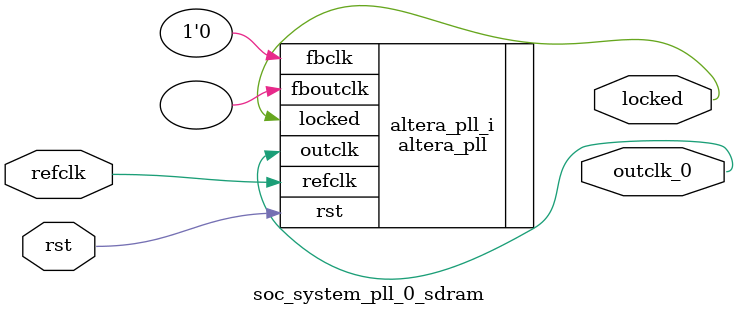
<source format=v>
`timescale 1ns/10ps
module  soc_system_pll_0_sdram(

	// interface 'refclk'
	input wire refclk,

	// interface 'reset'
	input wire rst,

	// interface 'outclk0'
	output wire outclk_0,

	// interface 'locked'
	output wire locked
);

	altera_pll #(
		.fractional_vco_multiplier("false"),
		.reference_clock_frequency("50.0 MHz"),
		.operation_mode("direct"),
		.number_of_clocks(1),
		.output_clock_frequency0("80.000000 MHz"),
		.phase_shift0("0 ps"),
		.duty_cycle0(50),
		.output_clock_frequency1("0 MHz"),
		.phase_shift1("0 ps"),
		.duty_cycle1(50),
		.output_clock_frequency2("0 MHz"),
		.phase_shift2("0 ps"),
		.duty_cycle2(50),
		.output_clock_frequency3("0 MHz"),
		.phase_shift3("0 ps"),
		.duty_cycle3(50),
		.output_clock_frequency4("0 MHz"),
		.phase_shift4("0 ps"),
		.duty_cycle4(50),
		.output_clock_frequency5("0 MHz"),
		.phase_shift5("0 ps"),
		.duty_cycle5(50),
		.output_clock_frequency6("0 MHz"),
		.phase_shift6("0 ps"),
		.duty_cycle6(50),
		.output_clock_frequency7("0 MHz"),
		.phase_shift7("0 ps"),
		.duty_cycle7(50),
		.output_clock_frequency8("0 MHz"),
		.phase_shift8("0 ps"),
		.duty_cycle8(50),
		.output_clock_frequency9("0 MHz"),
		.phase_shift9("0 ps"),
		.duty_cycle9(50),
		.output_clock_frequency10("0 MHz"),
		.phase_shift10("0 ps"),
		.duty_cycle10(50),
		.output_clock_frequency11("0 MHz"),
		.phase_shift11("0 ps"),
		.duty_cycle11(50),
		.output_clock_frequency12("0 MHz"),
		.phase_shift12("0 ps"),
		.duty_cycle12(50),
		.output_clock_frequency13("0 MHz"),
		.phase_shift13("0 ps"),
		.duty_cycle13(50),
		.output_clock_frequency14("0 MHz"),
		.phase_shift14("0 ps"),
		.duty_cycle14(50),
		.output_clock_frequency15("0 MHz"),
		.phase_shift15("0 ps"),
		.duty_cycle15(50),
		.output_clock_frequency16("0 MHz"),
		.phase_shift16("0 ps"),
		.duty_cycle16(50),
		.output_clock_frequency17("0 MHz"),
		.phase_shift17("0 ps"),
		.duty_cycle17(50),
		.pll_type("General"),
		.pll_subtype("General")
	) altera_pll_i (
		.rst	(rst),
		.outclk	({outclk_0}),
		.locked	(locked),
		.fboutclk	( ),
		.fbclk	(1'b0),
		.refclk	(refclk)
	);
endmodule


</source>
